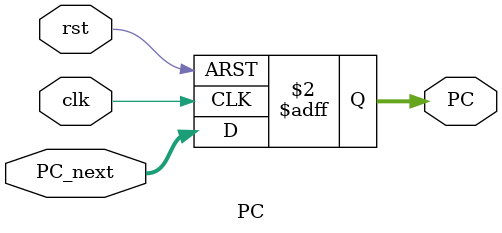
<source format=v>
module PC(
    input clk,
    input rst,
    input [31:0] PC_next,
    output reg [31:0] PC
);

always @(posedge clk or posedge rst)begin
  if (rst)
    PC <= 32'b0;
  else 
    PC <= PC_next;
    $display("PC Updated: PC=%h, PC_next=%h", PC, PC_next);
end

endmodule
</source>
